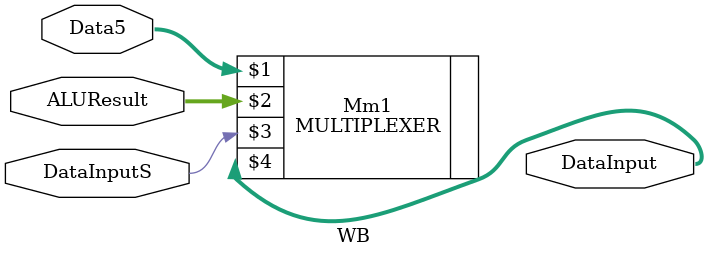
<source format=sv>
module WB(input logic DataInputS, 
			  input logic [31:0] Data5, ALUResult,
			  output logic [31:0] DataInput); 
MULTIPLEXER Mm1(Data5, ALUResult, DataInputS, DataInput);
endmodule
</source>
